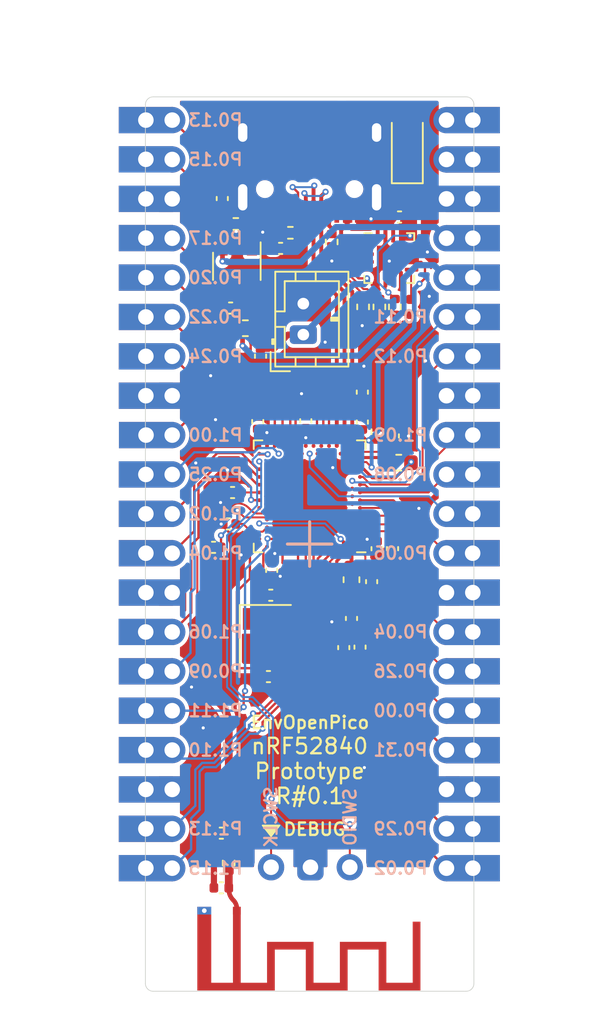
<source format=kicad_pcb>
(kicad_pcb (version 20211014) (generator pcbnew)
  (title_block (title "RP2040 Minimal Design Example") (date "2020-07-13") (rev "REV1") (company "Raspberry Pi (Trading) Ltd"))
  (layers (0 "F.Cu" signal) (31 "B.Cu" signal) (34 "B.Paste" user) (35 "F.Paste" user) (36 "B.SilkS" user "B.Silkscreen") (37 "F.SilkS" user "F.Silkscreen") (38 "B.Mask" user) (39 "F.Mask" user) (44 "Edge.Cuts" user))
  (net 0 "")
  (net 1 "GND")
  (net 2 "VBUS")
  (net 3 "/SWD")
  (net 4 "/SWCLK")
  (net 5 "Net-(R6-Pad2)")
  (net 6 "Net-(R5-Pad2)")
  (net 7 "3V3_EN")
  (net 8 "USB_D+")
  (net 9 "USB_D-")
  (net 10 "VSYS")
  (net 11 "Net-(AE1-Pad1)")
  (net 12 "Net-(BT1-Pad1)")
  (net 13 "VDDH")
  (net 14 "Net-(D2-Pad1)")
  (net 15 "Net-(D2-Pad2)")
  (net 16 "3.3VO")
  (net 17 "Net-(C13-Pad1)")
  (net 18 "VSS_PA")
  (net 19 "RESET")
  (net 20 "Net-(C10-Pad2)")
  (net 21 "Net-(C11-Pad2)")
  (net 22 "Net-(L1-Pad1)")
  (net 23 "Net-(R11-Pad1)")
  (net 24 "Net-(R12-Pad2)")
  (net 25 "VDD_NRF")
  (net 26 "Net-(C15-Pad1)")
  (net 27 "Net-(C16-Pad1)")
  (net 28 "Net-(C17-Pad1)")
  (net 29 "Net-(C18-Pad1)")
  (net 30 "Net-(C23-Pad2)")
  (net 31 "Net-(L3-Pad2)")
  (net 32 "Net-(L4-Pad2)")
  (net 33 "Net-(L2-Pad2)")
  (net 34 "GPIO7")
  (net 35 "GPIO0")
  (net 36 "GPIO1")
  (net 37 "GPIO2")
  (net 38 "GPIO3")
  (net 39 "GPIO4")
  (net 40 "GPIO5")
  (net 41 "GPIO6")
  (net 42 "GPIO10")
  (net 43 "GPIO9")
  (net 44 "GPIO8")
  (net 45 "GPIO15")
  (net 46 "GPIO14")
  (net 47 "GPIO13")
  (net 48 "GPIO12")
  (net 49 "GPIO11")
  (net 50 "GPIO26")
  (net 51 "GPIO25")
  (net 52 "GPIO24")
  (net 53 "GPIO23")
  (net 54 "GPIO22")
  (net 55 "GPIO21")
  (net 56 "GPIO20")
  (net 57 "GPIO19")
  (net 58 "GPIO18")
  (net 59 "GPIO17")
  (net 60 "GPIO16")
  (footprint "Connector_PinHeader_2.54mm:PinHeader_1x03_P2.54mm_Vertical" (layer "F.Cu") (at 101.15 106.925 90)
    (fp_text reference "J5")
    (fp_text value "Conn_01x03_Male")
  )
  (footprint "HRO-TYPE-C31-M-12:HRO-TYPE-C-31-M-12" (layer "F.Cu") (at 103.64 56.925 180)
    (fp_text reference "USB1")
    (fp_text value "TYPE-C-31-M-12")
  )
  (footprint "Diode_SMD:D_SOD-123" (layer "F.Cu") (at 109.942 60.55 90)
    (fp_text reference "D4")
    (fp_text value "1N4002W")
  )
  (footprint "Package_DFN_QFN:Nordic_AQFN-73-1EP_7x7mm_P0.5mm" (layer "F.Cu") (at 103.64 82.995 180)
    (fp_text reference "U3")
    (fp_text value "nRF52840")
  )
  (footprint "RF_Antenna:Texas_SWRA117D_2.4GHz_Left" (layer "F.Cu") (at 98.94 109.725 180)
    (fp_text reference "AE1")
    (fp_text value "Antenna")
  )
  (footprint "Package_DFN_QFN:VQFN-16-1EP_3x3mm_P0.5mm_EP1.6x1.6mm" (layer "F.Cu") (at 108.78 67.625)
    (fp_text reference "U2")
    (fp_text value "BQ24072RGT")
  )
  (footprint "Capacitor_SMD:C_0402_1005Metric" (layer "F.Cu") (at 107.04 78.205 -90)
    (fp_text reference "C3")
    (fp_text value "4.7uF")
  )
  (footprint "Capacitor_SMD:C_0402_1005Metric" (layer "F.Cu") (at 106.34 90.875 90)
    (fp_text reference "L2")
    (fp_text value "15nH")
  )
  (footprint "Capacitor_SMD:C_0402_1005Metric" (layer "F.Cu") (at 100.47 73.955 90)
    (fp_text reference "C21")
    (fp_text value "4.7uf 0402")
  )
  (footprint "Resistor_SMD:R_0402_1005Metric" (layer "F.Cu") (at 102.3954 65.995 180)
    (fp_text reference "R6")
    (fp_text value "5.1K")
  )
  (footprint "Capacitor_SMD:C_0402_1005Metric" (layer "F.Cu") (at 109.44 64.975 180)
    (fp_text reference "C19")
    (fp_text value "0402 1uF")
  )
  (footprint "Capacitor_SMD:C_0402_1005Metric" (layer "F.Cu") (at 105.84 92.755 90)
    (fp_text reference "C23")
    (fp_text value "1uF")
  )
  (footprint "Capacitor_SMD:C_0402_1005Metric" (layer "F.Cu") (at 98 63.785 90)
    (fp_text reference "C12")
    (fp_text value "0.1uf 0402")
  )
  (footprint "Capacitor_SMD:C_0402_1005Metric" (layer "F.Cu") (at 101.13 89.375 180)
    (fp_text reference "C11")
    (fp_text value "15pF 0402")
  )
  (footprint "Inductor_SMD:L_0603_1608Metric" (layer "F.Cu") (at 106.34 88.375 90)
    (fp_text reference "L3")
    (fp_text value "10uH")
  )
  (footprint "Resistor_SMD:R_0402_1005Metric" (layer "F.Cu") (at 108.015 78.825 -90)
    (fp_text reference "C20")
    (fp_text value "0402 10uF")
  )
  (footprint "Capacitor_SMD:C_0402_1005Metric" (layer "F.Cu") (at 109.04 79.1 90)
    (fp_text reference "C18")
    (fp_text value "4.7uF")
  )
  (footprint "Capacitor_SMD:C_0402_1005Metric" (layer "F.Cu") (at 98.39 84.775 180)
    (fp_text reference "C16")
    (fp_text value "100pF")
  )
  (footprint "Capacitor_SMD:C_0402_1005Metric" (layer "F.Cu") (at 97.94 108.25 180)
    (fp_text reference "C8")
    (fp_text value "0402 1.5pF")
  )
  (footprint "Capacitor_SMD:C_0402_1005Metric" (layer "F.Cu") (at 107.04 76.275 90)
    (fp_text reference "C22")
    (fp_text value "4.7uF")
  )
  (footprint "Capacitor_SMD:C_0402_1005Metric" (layer "F.Cu") (at 101.19 87.775 90)
    (fp_text reference "C2")
    (fp_text value "100nF")
  )
  (footprint "Package_TO_SOT_SMD:TSOT-23-5" (layer "F.Cu") (at 98.965 68.16 -90)
    (fp_text reference "U1")
    (fp_text value "LM3671MF 3.3")
  )
  (footprint "Inductor_SMD:L_0603_1608Metric" (layer "F.Cu") (at 99.49 72.15 180)
    (fp_text reference "L1")
    (fp_text value "INDUCTOR 2.2uH 0603")
  )
  (footprint "Capacitor_SMD:C_0402_1005Metric" (layer "F.Cu") (at 100.98 94.625)
    (fp_text reference "C10")
    (fp_text value "15pF 0402")
  )
  (footprint "Crystal:Crystal_SMD_3225-4Pin_3.2x2.5mm" (layer "F.Cu") (at 100.78 92.005 -90)
    (fp_text reference "Y1")
    (fp_text value "32MHz 12pF")
  )
  (footprint "Capacitor_SMD:C_0402_1005Metric" (layer "F.Cu") (at 101.765 67)
    (fp_text reference "C1")
    (fp_text value "10uf 0402")
  )
  (footprint "Capacitor_SMD:C_0402_1005Metric" (layer "F.Cu") (at 98.54 70.85)
    (fp_text reference "C9")
    (fp_text value "4.7uf 0402")
  )
  (footprint "Resistor_SMD:R_0402_1005Metric" (layer "F.Cu") (at 109.14 70.775 -90)
    (fp_text reference "R14")
    (fp_text value "10K 0402")
  )
  (footprint "Capacitor_SMD:C_0402_1005Metric" (layer "F.Cu") (at 106.89 92.725 90)
    (fp_text reference "C24")
    (fp_text value "47nF")
  )
  (footprint "Capacitor_SMD:C_0402_1005Metric" (layer "F.Cu") (at 97.44 86.285)
    (fp_text reference "C14")
    (fp_text value "0402 1pF")
  )
  (footprint "Resistor_SMD:R_0402_1005Metric" (layer "F.Cu") (at 107.09 70.775 -90)
    (fp_text reference "R11")
    (fp_text value "10K 0402")
  )
  (footprint "Capacitor_SMD:C_0402_1005Metric" (layer "F.Cu") (at 108.99 86.37 -90)
    (fp_text reference "C15")
    (fp_text value "100nF")
  )
  (footprint "Resistor_SMD:R_0402_1005Metric" (layer "F.Cu") (at 98.415 106.65 -90)
    (fp_text reference "R1")
    (fp_text value "0R 0402 ")
  )
  (footprint "Capacitor_SMD:C_0402_1005Metric" (layer "F.Cu") (at 98.665 82.75 180)
    (fp_text reference "C17")
    (fp_text value "1nF")
  )
  (footprint "Connector_JST:JST_PH_B2B-PH-K_1x02_P2.00mm_Vertical" (layer "F.Cu") (at 103.23 72.565 90)
    (fp_text reference "BT1")
    (fp_text value "Li-Po Battery")
  )
  (footprint "Resistor_SMD:R_0402_1005Metric" (layer "F.Cu") (at 98.875 65.425 180)
    (fp_text reference "R7")
    (fp_text value "100ohm")
  )
  (footprint "Capacitor_SMD:C_0402_1005Metric" (layer "F.Cu") (at 97.94 104.725 180)
    (fp_text reference "C13")
    (fp_text value "0402 1pF")
  )
  (footprint "Capacitor_SMD:C_0402_1005Metric" (layer "F.Cu") (at 107.64 88.5 90)
    (fp_text reference "C5")
    (fp_text value "100nF")
  )
  (footprint "Capacitor_SMD:C_0402_1005Metric" (layer "F.Cu") (at 103.39 78.125 90)
    (fp_text reference "C6")
    (fp_text value "100nF")
  )
  (footprint "Inductor_SMD:L_0603_1608Metric" (layer "F.Cu") (at 109.39 80.825 180)
    (fp_text reference "L4")
    (fp_text value "10uH")
  )
  (footprint "Capacitor_SMD:C_0402_1005Metric" (layer "F.Cu") (at 107.99 86.375 -90)
    (fp_text reference "C4")
    (fp_text value "1uF")
  )
  (footprint "Resistor_SMD:R_0402_1005Metric" (layer "F.Cu") (at 108.14 70.775 90)
    (fp_text reference "R12")
    (fp_text value "10K 0402")
  )
  (footprint "Capacitor_SMD:C_0402_1005Metric" (layer "F.Cu") (at 100.29 78.175 -90)
    (fp_text reference "C7")
    (fp_text value "4.7uF")
  )
  (footprint "Resistor_SMD:R_0402_1005Metric" (layer "F.Cu") (at 105.06 66.585 90)
    (fp_text reference "R5")
    (fp_text value "5.1K")
  )
  (footprint "LED_SMD:LED_0402_1005Metric" (layer "F.Cu") (at 110.19 70.775 -90)
    (fp_text reference "D2")
    (fp_text value "0402 led")
  )
  (footprint "2.54mmheadercastelation:PinHeader_1x20_P2.54mm_Vertical_castelated" (layer "B.Cu") (at 112.47 58.725 180)
    (fp_text reference "J4" hide)
    (fp_text value "2.54mm header 01x20")
  )
  (footprint "2.54mmheadercastelation:PinHeader_1x20_P2.54mm_Vertical_castelated" (layer "B.Cu") (at 94.77 106.985)
    (fp_text reference "J3" hide)
    (fp_text value "2.54mm header 01x20")
  )
  (footprint "NetTie:NetTie-2_SMD_Pad0.5mm" (layer "B.Cu") (at 98.74 83.9 180)
    (fp_text reference "NT1")
    (fp_text value "Net-Tie_2")
  )
  (gr_poly (pts (xy 101.15 104.925) (xy 100.6 104.225) (xy 101.7 104.225)) (layer "F.SilkS") (width 0.1) (fill solid))
  (gr_arc (start 114.24 114.425) (mid 114.093553 114.778553) (end 113.74 114.925) (layer "Edge.Cuts") (width 0.05))
  (gr_line (start 114.24 114.425) (end 114.24 57.725) (layer "Edge.Cuts") (width 0.05))
  (gr_arc (start 113.74 57.225) (mid 114.093553 57.371447) (end 114.24 57.725) (layer "Edge.Cuts") (width 0.05))
  (gr_line (start 93.04 114.425) (end 93.04 57.725) (layer "Edge.Cuts") (width 0.05))
  (gr_arc (start 93.04 57.725) (mid 93.186447 57.371447) (end 93.54 57.225) (layer "Edge.Cuts") (width 0.05))
  (gr_line (start 93.54 114.925) (end 113.74 114.925) (layer "Edge.Cuts") (width 0.05))
  (gr_arc (start 93.54 114.925) (mid 93.186447 114.778553) (end 93.04 114.425) (layer "Edge.Cuts") (width 0.05))
  (gr_line (start 93.54 57.225) (end 113.74 57.225) (layer "Edge.Cuts") (width 0.05))
  (gr_text "P0.17" (at 97.564 66.345) (layer "B.SilkS") (effects (font (size 0.8 0.8) (thickness 0.153)) (justify mirror)))
  (gr_text "P0.12" (at 109.502 73.965) (layer "B.SilkS") (effects (font (size 0.8 0.8) (thickness 0.153)) (justify mirror)))
  (gr_text "P0.02" (at 109.502 106.985) (layer "B.SilkS") (effects (font (size 0.8 0.8) (thickness 0.153)) (justify mirror)))
  (gr_text "P0.15" (at 97.564 61.265) (layer "B.SilkS") (effects (font (size 0.8 0.8) (thickness 0.153)) (justify mirror)))
  (gr_text "P1.06" (at 97.564 91.745) (layer "B.SilkS") (effects (font (size 0.8 0.8) (thickness 0.153)) (justify mirror)))
  (gr_text "SWDIO" (at 106.24 103.683 90) (layer "B.SilkS") (effects (font (size 0.8 0.8)) (justify mirror)))
  (gr_text "P1.10" (at 97.564 99.365) (layer "B.SilkS") (effects (font (size 0.8 0.8) (thickness 0.153)) (justify mirror)))
  (gr_text "P0.00" (at 109.502 96.825) (layer "B.SilkS") (effects (font (size 0.8 0.8) (thickness 0.153)) (justify mirror)))
  (gr_text "P1.02" (at 97.564 84.125) (layer "B.SilkS") (effects (font (size 0.8 0.8) (thickness 0.153)) (justify mirror)))
  (gr_text "P0.06" (at 109.502 86.665) (layer "B.SilkS") (effects (font (size 0.8 0.8) (thickness 0.153)) (justify mirror)))
  (gr_text "P1.09" (at 109.502 79.045) (layer "B.SilkS") (effects (font (size 0.8 0.8) (thickness 0.153)) (justify mirror)))
  (gr_text "P0.24" (at 97.564 73.965) (layer "B.SilkS") (effects (font (size 0.8 0.8) (thickness 0.153)) (justify mirror)))
  (gr_text "P0.26" (at 109.502 94.285) (layer "B.SilkS") (effects (font (size 0.8 0.8) (thickness 0.153)) (justify mirror)))
  (gr_text "SWCLK" (at 101.14 103.683 90) (layer "B.SilkS") (effects (font (size 0.8 0.8)) (justify mirror)))
  (gr_text "P0.13" (at 97.564 58.725) (layer "B.SilkS") (effects (font (size 0.8 0.8) (thickness 0.153)) (justify mirror)))
  (gr_text "P0.25" (at 97.564 81.585) (layer "B.SilkS") (effects (font (size 0.8 0.8) (thickness 0.153)) (justify mirror)))
  (gr_text "P1.04" (at 97.564 86.665) (layer "B.SilkS") (effects (font (size 0.8 0.8) (thickness 0.153)) (justify mirror)))
  (gr_text "P0.11" (at 109.502 71.425) (layer "B.SilkS") (effects (font (size 0.8 0.8) (thickness 0.153)) (justify mirror)))
  (gr_text "P1.00" (at 97.564 79.045) (layer "B.SilkS") (effects (font (size 0.8 0.8) (thickness 0.153)) (justify mirror)))
  (gr_text "P0.20" (at 97.564 68.885) (layer "B.SilkS") (effects (font (size 0.8 0.8) (thickness 0.153)) (justify mirror)))
  (gr_text "P1.11" (at 97.564 96.825) (layer "B.SilkS") (effects (font (size 0.8 0.8) (thickness 0.153)) (justify mirror)))
  (gr_text "P1.13" (at 97.564 104.445) (layer "B.SilkS") (effects (font (size 0.8 0.8) (thickness 0.153)) (justify mirror)))
  (gr_text "P1.15" (at 97.564 106.985) (layer "B.SilkS") (effects (font (size 0.8 0.8) (thickness 0.153)) (justify mirror)))
  (gr_text "P0.22" (at 97.564 71.425) (layer "B.SilkS") (effects (font (size 0.8 0.8) (thickness 0.153)) (justify mirror)))
  (gr_text "P0.31" (at 109.502 99.365) (layer "B.SilkS") (effects (font (size 0.8 0.8) (thickness 0.153)) (justify mirror)))
  (gr_text "P0.29" (at 109.502 104.445) (layer "B.SilkS") (effects (font (size 0.8 0.8) (thickness 0.153)) (justify mirror)))
  (gr_text "P0.08" (at 109.502 81.585) (layer "B.SilkS") (effects (font (size 0.8 0.8) (thickness 0.153)) (justify mirror)))
  (gr_text "P0.09" (at 97.564 94.285) (layer "B.SilkS") (effects (font (size 0.8 0.8) (thickness 0.153)) (justify mirror)))
  (gr_text "P0.04" (at 109.502 91.745) (layer "B.SilkS") (effects (font (size 0.8 0.8) (thickness 0.153)) (justify mirror)))
  (gr_text "EnvOpenPico" (at 103.66 97.587) (layer "F.SilkS") (effects (font (size 0.8 0.8) (thickness 0.153))))
  (gr_text "DEBUG" (at 103.95 104.475) (layer "F.SilkS") (effects (font (size 0.8 0.8) (thickness 0.153))))
  (gr_text "nRF52840\nPrototype\nR#0.1" (at 103.64 100.725) (layer "F.SilkS") (effects (font (size 1 1))))
  (dimension (type center) (layer "B.SilkS") (pts (xy 103.64 86.075) (xy 103.64 84.64)) (style (thickness 0.2) (arrow_length 1.27) (text_position_mode 0) (extension_offset 0.5) keep_text_aligned))
  (segment (start 97.46 108.25) (end 97.46 106.05) (width 0.4) (layer "F.Cu") (net 1))
  (segment (start 105.29 86.86485) (end 105.29 86.025) (width 0.127) (layer "F.Cu") (net 1))
  (segment (start 105.29 86.025) (end 105.14 85.745) (width 0.127) (layer "F.Cu") (net 1))
  (segment (start 108.78 67.820822) (end 108.78 67.625) (width 0.25) (layer "F.Cu") (net 1))
  (segment (start 109.53 69.0625) (end 109.53 68.570822) (width 0.25) (layer "F.Cu") (net 1))
  (segment (start 104.91 87.24485) (end 105.29 86.86485) (width 0.127) (layer "F.Cu") (net 1))
  (segment (start 109.53 68.570822) (end 108.78 67.820822) (width 0.25) (layer "F.Cu") (net 1))
  (segment (start 104.91 87.615) (end 104.91 87.24485) (width 0.127) (layer "F.Cu") (net 1))
  (via (at 97.93 84.785) (size 0.4) (drill 0.2) (layers "F.Cu" "B.Cu") (net 1))
  (via (at 108.78 67.820822) (size 0.4) (drill 0.2) (layers "F.Cu" "B.Cu") (net 1))
  (via (at 111.36 70.095) (size 0.4) (drill 0.2) (layers "F.Cu" "B.Cu") (net 1))
  (via (at 96.015 95.3) (size 0.4) (drill 0.2) (layers "F.Cu" "B.Cu") (net 1))
  (via (at 110.69 83.775) (size 0.4) (drill 0.2) (layers "F.Cu" "B.Cu") (net 1))
  (via (at 96.29 80.845) (size 0.4) (drill 0.2) (layers "F.Cu" "B.Cu") (net 1))
  (via (at 105.13 81.145) (size 0.4) (drill 0.2) (layers "F.Cu" "B.Cu") (net 1))
  (via (at 101.74 88.155) (size 0.4) (drill 0.2) (layers "F.Cu" "B.Cu") (net 1))
  (via (at 107.6 65.095) (size 0.4) (drill 0.2) (layers "F.Cu" "B.Cu") (net 1))
  (via (at 96.77 97.935) (size 0.4) (drill 0.2) (layers "F.Cu" "B.Cu") (net 1))
  (via (at 107.14 74.6) (size 0.4) (drill 0.2) (layers "F.Cu" "B.Cu") (net 1))
  (via (at 104.64 73.05) (size 0.4) (drill 0.2) (layers "F.Cu" "B.Cu") (net 1))
  (via (at 99.215 86.775) (size 0.4) (drill 0.2) (layers "F.Cu" "B.Cu") (net 1))
  (via (at 97.89 83.395) (size 0.4) (drill 0.2) (layers "F.Cu" "B.Cu") (net 1))
  (via (at 100.61 65.955) (size 0.4) (drill 0.2) (layers "F.Cu" "B.Cu") (net 1))
  (via (at 107.03 71.985) (size 0.4) (drill 0.2) (layers "F.Cu" "B.Cu") (net 1))
  (via (at 111.24 67.235) (size 0.4) (drill 0.2) (layers "F.Cu" "B.Cu") (net 1))
  (via (at 103.115 76.375) (size 0.4) (drill 0.2) (layers "F.Cu" "B.Cu") (net 1))
  (via (at 107.17 100.495) (size 0.4) (drill 0.2) (layers "F.Cu" "B.Cu") (net 1))
  (via (at 98.897124 65.907424) (size 0.4) (drill 0.2) (layers "F.Cu" "B.Cu") (net 1))
  (via (at 97.25 75.215) (size 0.4) (drill 0.2) (layers "F.Cu" "B.Cu") (net 1))
  (via (at 97.565 78.05) (size 0.4) (drill 0.2) (layers "F.Cu" "B.Cu") (net 1))
  (via (at 98.34 81.295) (size 0.4) (drill 0.2) (layers "F.Cu" "B.Cu") (net 1))
  (via (at 105.07 91.092) (size 0.4) (drill 0.2) (layers "F.Cu" "B.Cu") (net 1))
  (via (at 105.07 67.815) (size 0.4) (drill 0.2) (layers "F.Cu" "B.Cu") (net 1))
  (via (at 110.02 79.105) (size 0.4) (drill 0.2) (layers "F.Cu" "B.Cu") (net 1))
  (via (at 111.12 74.255) (size 0.4) (drill 0.2) (layers "F.Cu" "B.Cu") (net 1))
  (segment (start 105.13 81.145) (end 105.13 81.835) (width 0.127) (layer "B.Cu") (net 1))
  (segment (start 95.585 89.205) (end 95.95 88.84) (width 0.127) (layer "B.Cu") (net 1))
  (segment (start 98.295 81.25) (end 98.34 81.295) (width 0.127) (layer "B.Cu") (net 1))
  (segment (start 95.95 88.84) (end 95.95 83.175) (width 0.127) (layer "B.Cu") (net 1))
  (segment (start 96.865 81.25) (end 98.295 81.25) (width 0.127) (layer "B.Cu") (net 1))
  (segment (start 105.13 81.835) (end 105.86 82.565) (width 0.127) (layer "B.Cu") (net 1))
  (segment (start 94.77 89.205) (end 95.585 89.205) (width 0.127) (layer "B.Cu") (net 1))
  (segment (start 105.86 82.565) (end 107.9 82.565) (width 0.127) (layer "B.Cu") (net 1))
  (segment (start 95.95 82.165) (end 96.865 81.25) (width 0.127) (layer "B.Cu") (net 1))
  (segment (start 95.95 83.215) (end 95.95 82.165) (width 0.127) (layer "B.Cu") (net 1))
  (segment (start 99.915 65.955) (end 99.385 65.425) (width 0.3) (layer "F.Cu") (net 2))
  (segment (start 101.285 67) (end 100.065 67) (width 0.3) (layer "F.Cu") (net 2))
  (segment (start 106.39 79.745) (end 106.39 75.275) (width 0.25) (layer "F.Cu") (net 2))
  (segment (start 106.09 65.4096) (end 106.09 64.62) (width 0.25) (layer "F.Cu") (net 2))
  (segment (start 106.39 69.788967) (end 105.672 69.070967) (width 0.25) (layer "F.Cu") (net 2))
  (segment (start 100.065 67) (end 99.915 66.85) (width 0.3) (layer "F.Cu") (net 2))
  (segment (start 99.915 66.85) (end 99.915 65.955) (width 0.3) (layer "F.Cu") (net 2))
  (segment (start 106.39 75.275) (end 106.39 69.788967) (width 0.25) (layer "F.Cu") (net 2))
  (segment (start 106.91 75.795) (end 106.39 75.275) (width 0.25) (layer "F.Cu") (net 2))
  (segment (start 101.15 66.865) (end 101.285 67) (width 0.3) (layer "F.Cu") (net 2))
  (segment (start 101.15 64.62) (end 101.15 66.865) (width 0.3) (layer "F.Cu") (net 2))
  (segment (start 105.672 65.8276) (end 106.09 65.4096) (width 0.25) (layer "F.Cu") (net 2))
  (segment (start 107.04 75.795) (end 106.91 75.795) (width 0.25) (layer "F.Cu") (net 2))
  (segment (start 105.672 69.070967) (end 105.672 65.8276) (width 0.25) (layer "F.Cu") (net 2))
  (segment (start 106.23 104.145) (end 106.23 106.925) (width 0.127) (layer "F.Cu") (net 3))
  (segment (start 100.93 80.285) (end 100.43 80.285) (width 0.15) (layer "F.Cu") (net 3))
  (segment (start 100.43 80.285) (end 100.39 80.245) (width 0.15) (layer "F.Cu") (net 3))
  (via (at 100.93 80.285) (size 0.4) (drill 0.2) (layers "F.Cu" "B.Cu") (net 3))
  (via (at 106.23 104.145) (size 0.4) (drill 0.2) (layers "F.Cu" "B.Cu") (net 3))
  (segment (start 101.023401 102.120023) (end 100.794939 102.348485) (width 0.127) (layer "B.Cu") (net 3))
  (segment (start 99.218451 96.19852) (end 99.86352 96.19852) (width 0.127) (layer "B.Cu") (net 3))
  (segment (start 99.96 80.86656) (end 100.250011 81.156571) (width 0.127) (layer "B.Cu") (net 3))
  (segment (start 100.33844 80.245) (end 99.96 80.62344) (width 0.127) (layer "B.Cu") (net 3))
  (segment (start 102.19844 104.145) (end 106.23 104.145) (width 0.127) (layer "B.Cu") (net 3))
  (segment (start 100.250011 83.57499) (end 98.31 85.515001) (width 0.127) (layer "B.Cu") (net 3))
  (segment (start 99.96 80.62344) (end 99.96 80.86656) (width 0.127) (layer "B.Cu") (net 3))
  (segment (start 98.31 85.515001) (end 98.31 95.305092) (width 0.127) (layer "B.Cu") (net 3))
  (segment (start 100.794939 102.741499) (end 102.19844 104.145) (width 0.127) (layer "B.Cu") (net 3))
  (segment (start 100.89 80.245) (end 100.33844 80.245) (width 0.127) (layer "B.Cu") (net 3))
  (segment (start 100.250011 81.156571) (end 100.250011 83.57499) (width 0.127) (layer "B.Cu") (net 3))
  (segment (start 99.21094 96.206032) (end 99.218451 96.19852) (width 0.127) (layer "B.Cu") (net 3))
  (segment (start 101.023401 97.358401) (end 101.023401 102.120023) (width 0.127) (layer "B.Cu") (net 3))
  (segment (start 100.794939 102.348485) (end 100.794939 102.741499) (width 0.127) (layer "B.Cu") (net 3))
  (segment (start 98.31 95.305092) (end 99.21094 96.206032) (width 0.127) (layer "B.Cu") (net 3))
  (segment (start 99.86352 96.19852) (end 101.023401 97.358401) (width 0.127) (layer "B.Cu") (net 3))
  (segment (start 100.93 80.285) (end 100.89 80.245) (width 0.127) (layer "B.Cu") (net 3))
  (segment (start 101.18495 102.510034) (end 101.15 102.544984) (width 0.127) (layer "F.Cu") (net 4))
  (segment (start 101.15 102.544984) (end 101.15 106.925) (width 0.127) (layer "F.Cu") (net 4))
  (via (at 100.39 80.745) (size 0.4) (drill 0.2) (layers "F.Cu" "B.Cu") (net 4))
  (via (at 101.18495 102.510034) (size 0.4) (drill 0.2) (layers "F.Cu" "B.Cu") (net 4))
  (segment (start 101.276921 97.253389) (end 99.968543 95.945011) (width 0.127) (layer "B.Cu") (net 4))
  (segment (start 99.968543 95.945011) (end 99.308451 95.945011) (width 0.127) (layer "B.Cu") (net 4))
  (segment (start 100.51 80.865) (end 100.39 80.745) (width 0.127) (layer "B.Cu") (net 4))
  (segment (start 98.56352 85.620012) (end 100.51 83.673532) (width 0.127) (layer "B.Cu") (net 4))
  (segment (start 101.276921 102.418063) (end 101.276921 97.253389) (width 0.127) (layer "B.Cu") (net 4))
  (segment (start 99.308451 95.945011) (end 98.56352 95.20008) (width 0.127) (layer "B.Cu") (net 4))
  (segment (start 98.56352 95.20008) (end 98.56352 85.620012) (width 0.127) (layer "B.Cu") (net 4))
  (segment (start 101.18495 102.510034) (end 101.276921 102.418063) (width 0.127) (layer "B.Cu") (net 4))
  (segment (start 100.51 83.673532) (end 100.51 80.865) (width 0.127) (layer "B.Cu") (net 4))
  (segment (start 101.89 65.805) (end 101.89 64.66) (width 0.25) (layer "F.Cu") (net 5))
  (segment (start 104.89 64.66) (end 104.89 65.5362) (width 0.25) (layer "F.Cu") (net 6))
  (segment (start 105.0624 65.7086) (end 105.0624 66.0726) (width 0.25) (layer "F.Cu") (net 6))
  (segment (start 105.0624 66.0726) (end 105.06 66.075) (width 0.25) (layer "F.Cu") (net 6))
  (segment (start 104.89 65.5362) (end 105.0624 65.7086) (width 0.25) (layer "F.Cu") (net 6))
  (segment (start 98.015 67.835) (end 98.015 65.775) (width 0.3) (layer "F.Cu") (net 7))
  (segment (start 98.365 65.425) (end 98.365 64.63) (width 0.15) (layer "F.Cu") (net 7))
  (segment (start 98.365 64.63) (end 98 64.265) (width 0.15) (layer "F.Cu") (net 7))
  (segment (start 98.015 65.775) (end 98.365 65.425) (width 0.3) (layer "F.Cu") (net 7))
  (via (at 98.015 67.835) (size 0.4) (drill 0.2) (layers "F.Cu" "B.Cu") (net 7))
  (segment (start 98.015 67.835) (end 98.3 67.835) (width 0.4) (layer "B.Cu") (net 7))
  (segment (start 111.75 65.625) (end 112.47 66.345) (width 0.4) (layer "B.Cu") (net 7))
  (segment (start 98.34 67.875) (end 103.09 67.875) (width 0.4) (layer "B.Cu") (net 7))
  (segment (start 103.09 67.875) (end 105.34 65.625) (width 0.4) (layer "B.Cu") (net 7))
  (segment (start 98.3 67.835) (end 98.34 67.875) (width 0.4) (layer "B.Cu") (net 7))
  (segment (start 105.34 65.625) (end 111.75 65.625) (width 0.4) (layer "B.Cu") (net 7))
  (segment (start 105.39 70.028554) (end 103.89 68.528554) (width 0.25) (layer "F.Cu") (net 8))
  (segment (start 102.89 63.4) (end 102.54 63.05) (width 0.15) (layer "F.Cu") (net 8))
  (segment (start 103.89 63) (end 103.94 62.95) (width 0.25) (layer "F.Cu") (net 8))
  (segment (start 102.89 64.62) (end 102.89 63.525) (width 0.15) (layer "F.Cu") (net 8))
  (segment (start 105.39 79.745) (end 105.39 70.028554) (width 0.25) (layer "F.Cu") (net 8))
  (segment (start 103.89 68.528554) (end 103.89 63) (width 0.25) (layer "F.Cu") (net 8))
  (segment (start 102.89 63.525) (end 102.89 63.4) (width 0.15) (layer "F.Cu") (net 8))
  (via (at 103.94 62.95) (size 0.4) (drill 0.2) (layers "F.Cu" "B.Cu") (net 8))
  (via (at 102.54 63.05) (size 0.4) (drill 0.2) (layers "F.Cu" "B.Cu") (net 8))
  (segment (start 103.94 62.95) (end 103.840011 63.049989) (width 0.127) (layer "B.Cu") (net 8))
  (segment (start 102.540011 63.049989) (end 102.54 63.05) (width 0.127) (layer "B.Cu") (net 8))
  (segment (start 103.840011 63.049989) (end 102.540011 63.049989) (width 0.127) (layer "B.Cu") (net 8))
  (segment (start 103.3015 63.439989) (end 103.39 63.528489) (width 0.25) (layer "F.Cu") (net 9))
  (segment (start 105.89 79.745) (end 105.89 69.821446) (width 0.25) (layer "F.Cu") (net 9))
  (segment (start 104.39 68.321446) (end 104.39 63.625) (width 0.25) (layer "F.Cu") (net 9))
  (segment (start 105.89 69.821446) (end 104.39 68.321446) (width 0.25) (layer "F.Cu") (net 9))
  (segment (start 103.39 63.528489) (end 103.39 64.58) (width 0.25) (layer "F.Cu") (net 9))
  (segment (start 104.39 63.625) (end 104.665 63.35) (width 0.25) (layer "F.Cu") (net 9))
  (via (at 104.665 63.35) (size 0.4) (drill 0.2) (layers "F.Cu" "B.Cu") (net 9))
  (via (at 103.3015 63.439989) (size 0.4) (drill 0.2) (layers "F.Cu" "B.Cu") (net 9))
  (segment (start 104.394989 63.620011) (end 104.665 63.35) (width 0.127) (layer "B.Cu") (net 9))
  (segment (start 103.481522 63.620011) (end 104.394989 63.620011) (width 0.127) (layer "B.Cu") (net 9))
  (segment (start 103.3015 63.439989) (end 103.481522 63.620011) (width 0.127) (layer "B.Cu") (net 9))
  (segment (start 109.942 61.2805) (end 112.4545 61.2805) (width 0.8) (layer "F.Cu") (net 10))
  (segment (start 108.54 69.665) (end 108.54 69.225) (width 0.127) (layer "F.Cu") (net 10))
  (segment (start 112.4545 61.2805) (end 112.47 61.265) (width 0.8) (layer "F.Cu") (net 10))
  (segment (start 109.14 70.265) (end 108.54 69.665) (width 0.127) (layer "F.Cu") (net 10))
  (via (at 110.117 66.1832) (size 0.4) (drill 0.2) (layers "F.Cu" "B.Cu") (net 10))
  (via (at 108.72 69.845) (size 0.4) (drill 0.2) (layers "F.Cu" "B.Cu") (net 10))
  (segment (start 108.04 67.2) (end 109.0568 66.1832) (width 0.127) (layer "B.Cu") (net 10))
  (segment (start 109.0568 66.1832) (end 110.117 66.1832) (width 0.127) (layer "B.Cu") (net 10))
  (segment (start 108.04 69.165) (end 108.04 67.2) (width 0.127) (layer "B.Cu") (net 10))
  (segment (start 108.72 69.845) (end 108.04 69.165) (width 0.127) (layer "B.Cu") (net 10))
  (segment (start 98.42 108.25) (end 98.42 107.165) (width 0.5) (layer "F.Cu") (net 11))
  (segment (start 98.42 108.25) (end 98.42 108.340786) (width 0.3) (layer "F.Cu") (net 11))
  (segment (start 98.42 107.165) (end 98.415 107.16) (width 0.5) (layer "F.Cu") (net 11))
  (segment (start 98.94 109.725) (end 98.94 109.596199) (width 0.3) (layer "F.Cu") (net 11))
  (arc (start 98.42 108.340786) (mid 98.49612 108.723469) (end 98.712893 109.047893) (width 0.3) (layer "F.Cu") (net 11))
  (arc (start 98.712893 109.047893) (mid 98.880974 109.29945) (end 98.94 109.596199) (width 0.3) (layer "F.Cu") (net 11))
  (segment (start 102.25 72.565) (end 101.34 73.475) (width 0.4) (layer "F.Cu") (net 12))
  (segment (start 106.52122 68.05178) (end 106.52122 68.661294) (width 0.15) (layer "F.Cu") (net 12))
  (segment (start 107.3425 67.875) (end 106.698 67.875) (width 0.15) (layer "F.Cu") (net 12))
  (segment (start 101.34 73.475) (end 100.47 73.475) (width 0.4) (layer "F.Cu") (net 12))
  (segment (start 107.3425 67.375) (end 107.3425 67.875) (width 0.15) (layer "F.Cu") (net 12))
  (segment (start 106.794726 68.9348) (end 107.34 68.9348) (width 0.15) (layer "F.Cu") (net 12))
  (segment (start 106.52122 68.661294) (end 106.794726 68.9348) (width 0.15) (layer "F.Cu") (net 12))
  (segment (start 103.23 72.565) (end 102.25 72.565) (width 0.4) (layer "F.Cu") (net 12))
  (segment (start 106.698 67.875) (end 106.52122 68.05178) (width 0.15) (layer "F.Cu") (net 12))
  (via (at 107.34 68.9348) (size 0.4) (drill 0.2) (layers "F.Cu" "B.Cu") (net 12))
  (segment (start 103.23 72.565) (end 106.4862 69.3088) (width 0.4) (layer "B.Cu") (net 12))
  (segment (start 107.34 69.1126) (end 107.34 68.9348) (width 0.4) (layer "B.Cu") (net 12))
  (segment (start 106.4862 69.3088) (end 107.1438 69.3088) (width 0.4) (layer "B.Cu") (net 12))
  (segment (start 107.1438 69.3088) (end 107.34 69.1126) (width 0.4) (layer "B.Cu") (net 12))
  (segment (start 107.45 79.385) (end 107.24 79.385) (width 0.3) (layer "F.Cu") (net 13))
  (segment (start 111.0822 68.9264) (end 110.7266 69.282) (width 0.15) (layer "F.Cu") (net 13))
  (segment (start 110.2175 67.875) (end 110.2086 67.875) (width 0.127) (layer "F.Cu") (net 13))
  (segment (start 110.2175 67.8353) (end 110.2175 67.375) (width 0.127) (layer "F.Cu") (net 13))
  (segment (start 110.84 67.875) (end 111.0822 68.1172) (width 0.15) (layer "F.Cu") (net 13))
  (segment (start 106.99 79.135) (end 106.99 78.685) (width 0.3) (layer "F.Cu") (net 13))
  (segment (start 106.59998 80.78502) (end 106.39 80.995) (width 0.127) (layer "F.Cu") (net 13))
  (segment (start 110.1932 67.8596) (end 110.2175 67.8353) (width 0.127) (layer "F.Cu") (net 13))
  (segment (start 111.0822 68.1172) (end 111.0822 68.9264) (width 0.15) (layer "F.Cu") (net 13))
  (segment (start 107.30002 80.78502) (end 106.59998 80.78502) (width 0.127) (layer "F.Cu") (net 13))
  (segment (start 107.64 81.125) (end 107.30002 80.78502) (width 0.127) (layer "F.Cu") (net 13))
  (segment (start 110.1932 67.8596) (end 110.2086 67.875) (width 0.15) (layer "F.Cu") (net 13))
  (segment (start 107.24 79.385) (end 106.99 79.135) (width 0.3) (layer "F.Cu") (net 13))
  (segment (start 107.965 79.385) (end 108.015 79.335) (width 0.15) (layer "F.Cu") (net 13))
  (segment (start 107.45 79.385) (end 107.965 79.385) (width 0.15) (layer "F.Cu") (net 13))
  (segment (start 110.2086 67.875) (end 110.84 67.875) (width 0.15) (layer "F.Cu") (net 13))
  (via (at 110.7266 69.282) (size 0.4) (drill 0.2) (layers "F.Cu" "B.Cu") (net 13))
  (via (at 107.45 79.385) (size 0.4) (drill 0.2) (layers "F.Cu" "B.Cu") (net 13))
  (via (at 107.64 81.125) (size 0.4) (drill 0.2) (layers "F.Cu" "B.Cu") (net 13))
  (segment (start 110.39 69.6186) (end 110.7266 69.282) (width 0.3) (layer "B.Cu") (net 13))
  (segment (start 108.065 78.77) (end 108.065 74.45) (width 0.3) (layer "B.Cu") (net 13))
  (segment (start 110.39 72.125) (end 110.39 69.6186) (width 0.3) (layer "B.Cu") (net 13))
  (segment (start 107.45 79.385) (end 107.64 79.575) (width 0.25) (layer "B.Cu") (net 13))
  (segment (start 107.45 79.385) (end 108.065 78.77) (width 0.3) (layer "B.Cu") (net 13))
  (segment (start 108.065 74.45) (end 110.39 72.125) (width 0.3) (layer "B.Cu") (net 13))
  (segment (start 107.64 79.575) (end 107.64 81.125) (width 0.25) (layer "B.Cu") (net 13))
  (segment (start 110.19 70.29) (end 110.19 68.4025) (width 0.127) (layer "F.Cu") (net 14))
  (segment (start 110.19 68.4025) (end 110.2175 68.375) (width 0.127) (layer "F.Cu") (net 14))
  (segment (start 110.165 71.285) (end 110.19 71.26) (width 0.127) (layer "F.Cu") (net 15))
  (segment (start 109.14 71.285) (end 110.165 71.285) (width 0.127) (layer "F.Cu") (net 15))
  (segment (start 99.31 73.285) (end 99.31 72.67) (width 0.3) (layer "F.Cu") (net 16))
  (segment (start 99.31 72.67) (end 98.06 71.42) (width 0.3) (layer "F.Cu") (net 16))
  (segment (start 98.06 71.42) (end 98.06 70.85) (width 0.3) (layer "F.Cu") (net 16))
  (segment (start 98.06 70.85) (end 98.06 69.515) (width 0.3) (layer "F.Cu") (net 16))
  (segment (start 98.06 69.515) (end 98.015 69.47) (width 0.3) (layer "F.Cu") (net 16))
  (via (at 99.31 73.285) (size 0.4) (drill 0.2) (layers "F.Cu" "B.Cu") (net 16))
  (segment (start 111.67 68.085) (end 112.47 68.885) (width 0.4) (layer "B.Cu") (net 16))
  (segment (start 106.8202 73.925) (end 109.69 71.0552) (width 0.4) (layer "B.Cu") (net 16))
  (segment (start 99.95 73.925) (end 106.8202 73.925) (width 0.4) (layer "B.Cu") (net 16))
  (segment (start 110.56 68.085) (end 111.67 68.085) (width 0.4) (layer "B.Cu") (net 16))
  (segment (start 109.69 68.955) (end 110.56 68.085) (width 0.4) (layer "B.Cu") (net 16))
  (segment (start 99.31 73.285) (end 99.95 73.925) (width 0.4) (layer "B.Cu") (net 16))
  (segment (start 109.69 71.0552) (end 109.69 68.955) (width 0.4) (layer "B.Cu") (net 16))
  (segment (start 100.89 83.995) (end 100.783531 84.101469) (width 0.127) (layer "F.Cu") (net 17))
  (segment (start 96.96 84.83779) (end 96.96 86.285) (width 0.15) (layer "F.Cu") (net 17))
  (segment (start 98.415 106.14) (end 98.415 104.73) (width 0.5) (layer "F.Cu") (net 17))
  (segment (start 98.6362 83.6188) (end 98.593292 83.661708) (width 0.127) (layer "F.Cu") (net 17))
  (segment (start 98.42 104.725) (end 98.42 97.763427) (width 0.5) (layer "F.Cu") (net 17))
  (segment (start 98.415 104.73) (end 98.42 104.725) (width 0.5) (layer "F.Cu") (net 17))
  (segment (start 96.96 94.646573) (end 96.96 86.285) (width 0.5) (layer "F.Cu") (net 17))
  (segment (start 100.783531 84.101469) (end 100.258261 84.101469) (width 0.127) (layer "F.Cu") (net 17))
  (segment (start 97.834213 96.349213) (end 97.545786 96.060786) (width 0.5) (layer "F.Cu") (net 17))
  (segment (start 99.930851 83.965851) (end 99.707893 83.742893) (width 0.127) (layer "F.Cu") (net 17))
  (segment (start 99.099056 83.45225) (end 99.038289 83.45225) (width 0.127) (layer "F.Cu") (net 17))
  (arc (start 96.96 94.646573) (mid 97.112241 95.41194) (end 97.545786 96.060786) (width 0.5) (layer "F.Cu") (net 17))
  (arc (start 98.6362 83.6188) (mid 98.82068 83.495534) (end 99.038289 83.45225) (width 0.127) (layer "F.Cu") (net 17))
  (arc (start 97.812797 83.985) (mid 98.235198 83.900979) (end 98.593292 83.661708) (width 0.127) (layer "F.Cu") (net 17))
  (arc (start 97.834213 96.349213) (mid 98.267759 96.99806) (end 98.42 97.763427) (width 0.5) (layer "F.Cu") (net 17))
  (arc (start 100.258261 84.101469) (mid 100.081068 84.066223) (end 99.930851 83.965851) (width 0.127) (layer "F.Cu") (net 17))
  (arc (start 96.96 84.83779) (mid 97.209776 84.234776) (end 97.812797 83.985) (width 0.15) (layer "F.Cu") (net 17))
  (arc (start 99.707893 83.742893) (mid 99.428341 83.546011) (end 99.099056 83.45225) (width 0.127) (layer "F.Cu") (net 17))
  (segment (start 97.92 85.515) (end 97.93 85.505) (width 0.15) (layer "F.Cu") (net 18))
  (segment (start 100.749989 84.354989) (end 100.89 84.495) (width 0.127) (layer "F.Cu") (net 18))
  (segment (start 97.92 86.285) (end 97.92 85.515) (width 0.15) (layer "F.Cu") (net 18))
  (segment (start 98.97 83.9) (end 99.424989 84.354989) (width 0.127) (layer "F.Cu") (net 18))
  (segment (start 99.424989 84.354989) (end 100.749989 84.354989) (width 0.127) (layer "F.Cu") (net 18))
  (via (at 97.92 85.515) (size 0.4) (drill 0.2) (layers "F.Cu" "B.Cu") (net 18))
  (via (at 98.97 83.9) (size 0.4) (drill 0.2) (layers "F.Cu" "B.Cu") (net 18))
  (segment (start 97.935207 85.515) (end 98.97 84.480207) (width 0.15) (layer "B.Cu") (net 18))
  (segment (start 98.97 84.480207) (end 98.97 83.9) (width 0.15) (layer "B.Cu") (net 18))
  (segment (start 97.92 85.515) (end 97.935207 85.515) (width 0.15) (layer "B.Cu") (net 18))
  (via (at 103.64 80.245) (size 0.4) (drill 0.2) (layers "F.Cu" "B.Cu") (net 19))
  (segment (start 105.51 82.995) (end 111.34 82.995) (width 0.127) (layer "B.Cu") (net 19))
  (segment (start 103.64 81.125) (end 105.51 82.995) (width 0.127) (layer "B.Cu") (net 19))
  (segment (start 111.34 82.995) (end 112.47 84.125) (width 0.127) (layer "B.Cu") (net 19))
  (segment (start 103.64 80.245) (end 103.64 81.125) (width 0.127) (layer "B.Cu") (net 19))
  (segment (start 100.92 94.085) (end 99.15 94.085) (width 0.15) (layer "F.Cu") (net 20))
  (segment (start 99.78348 88.30152) (end 99.78348 86.35152) (width 0.15) (layer "F.Cu") (net 20))
  (segment (start 101.46 94.625) (end 100.92 94.085) (width 0.15) (layer "F.Cu") (net 20))
  (segment (start 99.78348 86.35152) (end 100.39 85.745) (width 0.15) (layer "F.Cu") (net 20))
  (segment (start 101.63 94.455) (end 101.63 93.105) (width 0.15) (layer "F.Cu") (net 20))
  (segment (start 99.15 94.085) (end 98.94 93.875) (width 0.15) (layer "F.Cu") (net 20))
  (segment (start 98.94 93.875) (end 98.94 89.145) (width 0.15) (layer "F.Cu") (net 20))
  (segment (start 101.46 94.625) (end 101.63 94.455) (width 0.15) (layer "F.Cu") (net 20))
  (segment (start 98.94 89.145) (end 99.78348 88.30152) (width 0.15) (layer "F.Cu") (net 20))
  (segment (start 100.65 86.485) (end 100.89 86.245) (width 0.15) (layer "F.Cu") (net 21))
  (segment (start 100.65 90.185) (end 100.65 89.375) (width 0.15) (layer "F.Cu") (net 21))
  (segment (start 100.65 89.375) (end 100.65 86.485) (width 0.15) (layer "F.Cu") (net 21))
  (segment (start 99.93 90.905) (end 100.65 90.185) (width 0.15) (layer "F.Cu") (net 21))
  (segment (start 100.2775 72.15) (end 100.2775 69.8325) (width 0.3) (layer "F.Cu") (net 22))
  (segment (start 100.2775 69.8325) (end 99.915 69.47) (width 0.3) (layer "F.Cu") (net 22))
  (segment (start 106.3281 66.1875) (end 108.03 66.1875) (width 0.127) (layer "F.Cu") (net 23))
  (segment (start 107.09 70.265) (end 107.09 69.9634) (width 0.127) (layer "F.Cu") (net 23))
  (segment (start 105.98702 68.86042) (end 105.98702 66.52858) (width 0.127) (layer "F.Cu") (net 23))
  (segment (start 107.09 69.9634) (end 105.98702 68.86042) (width 0.127) (layer "F.Cu") (net 23))
  (segment (start 105.98702 66.52858) (end 106.3281 66.1875) (width 0.127) (layer "F.Cu") (net 23))
  (segment (start 106.2562 67.123) (end 106.2562 68.771068) (width 0.127) (layer "F.Cu") (net 24))
  (segment (start 106.2562 68.771068) (end 107.110032 69.6249) (width 0.127) (layer "F.Cu") (net 24))
  (segment (start 106.5042 66.875) (end 106.2562 67.123) (width 0.127) (layer "F.Cu") (net 24))
  (segment (start 108.0012 70.265) (end 108.14 70.265) (width 0.127) (layer "F.Cu") (net 24))
  (segment (start 107.3425 66.875) (end 106.5042 66.875) (width 0.127) (layer "F.Cu") (net 24))
  (segment (start 107.3611 69.6249) (end 108.0012 70.265) (width 0.127) (layer "F.Cu") (net 24))
  (segment (start 107.110032 69.6249) (end 107.3611 69.6249) (width 0.127) (layer "F.Cu") (net 24))
  (segment (start 107.13 81.245) (end 106.89 81.245) (width 0.2) (layer "F.Cu") (net 25))
  (segment (start 101.19 87.295) (end 101.39 87.095) (width 0.2) (layer "F.Cu") (net 25))
  (segment (start 107.64 88.02) (end 107.64 87.525) (width 0.127) (layer "F.Cu") (net 25))
  (segment (start 107.685 81.8) (end 107.13 81.245) (width 0.2) (layer "F.Cu") (net 25))
  (segment (start 103.39 79.745) (end 103.39 78.605) (width 0.2) (layer "F.Cu") (net 25))
  (segment (start 107.235 86.845) (end 106.89 86.5) (width 0.127) (layer "F.Cu") (net 25))
  (segment (start 106.89 85.745) (end 107.84 85.745) (width 0.2) (layer "F.Cu") (net 25))
  (segment (start 107.64 87.525) (end 107.235 87.12) (width 0.127) (layer "F.Cu") (net 25))
  (segment (start 109.165 81.8) (end 107.685 81.8) (width 0.2) (layer "F.Cu") (net 25))
  (segment (start 106.89 86.5) (end 106.89 85.745) (width 0.127) (layer "F.Cu") (net 25))
  (segment (start 107.235 87.12) (end 107.235 86.845) (width 0.127) (layer "F.Cu") (net 25))
  (segment (start 100.89 78.805) (end 100.74 78.655) (width 0.2) (layer "F.Cu") (net 25))
  (segment (start 101.39 87.095) (end 101.39 86.245) (width 0.2) (layer "F.Cu") (net 25))
  (segment (start 100.89 79.745) (end 100.89 78.805) (width 0.2) (layer "F.Cu") (net 25))
  (segment (start 100.74 78.655) (end 100.29 78.655) (width 0.2) (layer "F.Cu") (net 25))
  (segment (start 107.84 85.745) (end 107.99 85.895) (width 0.2) (layer "F.Cu") (net 25))
  (segment (start 110.19 80.775) (end 109.165 81.8) (width 0.2) (layer "F.Cu") (net 25))
  (via (at 100.88 78.885) (size 0.4) (drill 0.2) (layers "F.Cu" "B.Cu") (net 25))
  (via (at 107.35 85.765) (size 0.4) (drill 0.2) (layers "F.Cu" "B.Cu") (net 25))
  (via (at 101.39 86.685) (size 0.4) (drill 0.2) (layers "F.Cu" "B.Cu") (net 25))
  (via (at 103.39 79.215) (size 0.4) (drill 0.2) (layers "F.Cu" "B.Cu") (net 25))
  (via (at 110.19 80.775) (size 0.4) (drill 0.2) (layers "F.Cu" "B.Cu") (net 25))
  (segment (start 107.29 81.725) (end 106.89 81.325) (width 0.15) (layer "B.Cu") (net 25))
  (segment (start 109.24 81.725) (end 107.29 81.725) (width 0.15) (layer "B.Cu") (net 25))
  (segment (start 110.19 80.775) (end 109.24 81.725) (width 0.15) (layer "B.Cu") (net 25))
  (segment (start 108.99 85.89) (end 108.99 85.5) (width 0.127) (layer "F.Cu") (net 26))
  (segment (start 108.735 85.245) (end 106.89 85.245) (width 0.127) (layer "F.Cu") (net 26))
  (segment (start 108.99 85.5) (end 108.735 85.245) (width 0.127) (layer "F.Cu") (net 26))
  (segment (start 100.61 85.275) (end 99.85 85.275) (width 0.127) (layer "F.Cu") (net 27))
  (segment (start 99.85 85.275) (end 99.35 84.775) (width 0.127) (layer "F.Cu") (net 27))
  (segment (start 99.35 84.775) (end 98.87 84.775) (width 0.127) (layer "F.Cu") (net 27))
  (segment (start 100.89 84.995) (end 100.61 85.275) (width 0.127) (layer "F.Cu") (net 27))
  (segment (start 100.39 82.745) (end 99.15 82.745) (width 0.127) (layer "F.Cu") (net 28))
  (segment (start 99.15 82.745) (end 99.145 82.75) (width 0.127) (layer "F.Cu") (net 28))
  (segment (start 106.09 80.125) (end 108.495 80.125) (width 0.127) (layer "F.Cu") (net 29))
  (segment (start 108.495 80.125) (end 109.04 79.58) (width 0.127) (layer "F.Cu") (net 29))
  (segment (start 105.64 80.245) (end 105.97 80.245) (width 0.127) (layer "F.Cu") (net 29))
  (segment (start 105.97 80.245) (end 106.09 80.125) (width 0.127) (layer "F.Cu") (net 29))
  (segment (start 106.89 92.245) (end 106.89 91.905) (width 0.25) (layer "F.Cu") (net 30))
  (segment (start 106.89 91.905) (end 106.34 91.355) (width 0.25) (layer "F.Cu") (net 30))
  (segment (start 105.64 85.745) (end 105.82 85.925) (width 0.2) (layer "F.Cu") (net 30))
  (segment (start 105.39 90.405) (end 106.34 91.355) (width 0.2) (layer "F.Cu") (net 30))
  (segment (start 105.84 92.275) (end 105.84 91.855) (width 0.25) (layer "F.Cu") (net 30))
  (segment (start 105.84 91.855) (end 106.34 91.355) (width 0.25) (layer "F.Cu") (net 30))
  (segment (start 105.82 85.925) (end 105.82 86.745) (width 0.2) (layer "F.Cu") (net 30))
  (segment (start 105.82 86.745) (end 105.39 87.175) (width 0.2) (layer "F.Cu") (net 30))
  (segment (start 105.39 87.175) (end 105.39 90.405) (width 0.2) (layer "F.Cu") (net 30))
  (via (at 100.39 84.745) (size 0.4) (drill 0.2) (layers "F.Cu" "B.Cu") (net 30))
  (via (at 105.64 85.75) (size 0.4) (drill 0.2) (layers "F.Cu" "B.Cu") (net 30))
  (segment (start 100.39 84.745) (end 104.635 84.745) (width 0.127) (layer "B.Cu") (net 30))
  (segment (start 104.635 84.745) (end 105.64 85.75) (width 0.127) (layer "B.Cu") (net 30))
  (segment (start 106.34 85.945) (end 106.14 85.745) (width 0.25) (layer "F.Cu") (net 31))
  (segment (start 106.34 87.5875) (end 106.34 85.945) (width 0.25) (layer "F.Cu") (net 31))
  (segment (start 106.39 80.495) (end 108.2725 80.495) (width 0.2) (layer "F.Cu") (net 32))
  (segment (start 108.2725 80.495) (end 108.6025 80.825) (width 0.2) (layer "F.Cu") (net 32))
  (segment (start 106.34 90.395) (end 106.34 89.1625) (width 0.25) (layer "F.Cu") (net 33))
  (via (at 101.64 80.245) (size 0.4) (drill 0.2) (layers "F.Cu" "B.Cu") (net 34))
  (segment (start 101.278489 79.883489) (end 101.64 80.245) (width 0.15) (layer "B.Cu") (net 34))
  (segment (start 100.325157 79.883489) (end 101.278489 79.883489) (width 0.15) (layer "B.Cu") (net 34))
  (segment (start 100.054792 80.153854) (end 100.325157 79.883489) (width 0.15) (layer "B.Cu") (net 34))
  (segment (start 96.201146 80.153854) (end 100.054792 80.153854) (width 0.15) (layer "B.Cu") (net 34))
  (segment (start 94.77 81.585) (end 96.201146 80.153854) (width 0.15) (layer "B.Cu") (net 34))
  (segment (start 99.88 75.225) (end 97.25 72.595) (width 0.15) (layer "F.Cu") (net 35))
  (segment (start 104.89 76.415) (end 103.7 75.225) (width 0.15) (layer "F.Cu") (net 35))
  (segment (start 97.25 72.595) (end 97.25 61.205) (width 0.15) (layer "F.Cu") (net 35))
  (segment (start 97.25 61.205) (end 94.77 58.725) (width 0.15) (layer "F.Cu") (net 35))
  (segment (start 104.89 79.745) (end 104.89 76.415) (width 0.15) (layer "F.Cu") (net 35))
  (segment (start 103.7 75.225) (end 99.88 75.225) (width 0.15) (layer "F.Cu") (net 35))
  (segment (start 99.765462 75.50152) (end 103.585462 75.50152) (width 0.15) (layer "F.Cu") (net 36))
  (segment (start 104.39 79.16) (end 104.39 79.745) (width 0.15) (layer "F.Cu") (net 36))
  (segment (start 96.97348 72.709538) (end 99.765462 75.50152) (width 0.15) (layer "F.Cu") (net 36))
  (segment (start 104.522 76.438058) (end 104.522 79.028) (width 0.15) (layer "F.Cu") (net 36))
  (segment (start 104.522 79.028) (end 104.39 79.16) (width 0.15) (layer "F.Cu") (net 36))
  (segment (start 94.77 61.265) (end 96.97348 63.46848) (width 0.15) (layer "F.Cu") (net 36))
  (segment (start 103.585462 75.50152) (end 104.522 76.438058) (width 0.15) (layer "F.Cu") (net 36))
  (segment (start 96.97348 63.46848) (end 96.97348 72.709538) (width 0.15) (layer "F.Cu") (net 36))
  (segment (start 103.470924 75.77804) (end 99.650924 75.77804) (width 0.15) (layer "F.Cu") (net 37))
  (segment (start 96.69 72.817116) (end 96.69696 72.810156) (width 0.15) (layer "F.Cu") (net 37))
  (segment (start 103.89 79.235) (end 104.11348 79.01152) (width 0.15) (layer "F.Cu") (net 37))
  (segment (start 96.69696 72.810156) (end 96.69696 68.27196) (width 0.15) (layer "F.Cu") (net 37))
  (segment (start 104.11348 76.420596) (end 103.470924 75.77804) (width 0.15) (layer "F.Cu") (net 37))
  (segment (start 103.89 79.745) (end 103.89 79.235) (width 0.15) (layer "F.Cu") (net 37))
  (segment (start 104.11348 79.01152) (end 104.11348 76.420596) (width 0.15) (layer "F.Cu") (net 37))
  (segment (start 99.650924 75.77804) (end 96.69 72.817116) (width 0.15) (layer "F.Cu") (net 37))
  (segment (start 96.69696 68.27196) (end 94.77 66.345) (width 0.15) (layer "F.Cu") (net 37))
  (segment (start 99.536386 76.05456) (end 96.41348 72.931654) (width 0.15) (layer "F.Cu") (net 38))
  (segment (start 101.89 76.05456) (end 99.536386 76.05456) (width 0.15) (layer "F.Cu") (net 38))
  (segment (start 102.73 76.89456) (end 101.89 76.05456) (width 0.15) (layer "F.Cu") (net 38))
  (segment (start 96.41348 72.931654) (end 96.41348 70.52848) (width 0.15) (layer "F.Cu") (net 38))
  (segment (start 102.89 79.25) (end 102.73 79.09) (width 0.15) (layer "F.Cu") (net 38))
  (segment (start 102.73 79.09) (end 102.73 76.89456) (width 0.15) (layer "F.Cu") (net 38))
  (segment (start 96.41348 70.52848) (end 94.77 68.885) (width 0.15) (layer "F.Cu") (net 38))
  (segment (start 102.89 79.745) (end 102.89 79.25) (width 0.15) (layer "F.Cu") (net 38))
  (segment (start 102.39 76.965) (end 101.75608 76.33108) (width 0.15) (layer "F.Cu") (net 39))
  (segment (start 99.41608 76.33108) (end 94.77 71.685) (width 0.15) (layer "F.Cu") (net 39))
  (segment (start 102.39 79.745) (end 102.39 76.965) (width 0.15) (layer "F.Cu") (net 39))
  (segment (start 101.75608 76.33108) (end 99.41608 76.33108) (width 0.15) (layer "F.Cu") (net 39))
  (segment (start 94.77 71.685) (end 94.77 71.425) (width 0.15) (layer "F.Cu") (net 39))
  (segment (start 101.89 77.3176) (end 101.18 76.6076) (width 0.15) (layer "F.Cu") (net 40))
  (segment (start 101.89 79.745) (end 101.89 77.3176) (width 0.15) (layer "F.Cu") (net 40))
  (segment (start 101.18 76.6076) (end 97.4126 76.6076) (width 0.15) (layer "F.Cu") (net 40))
  (segment (start 97.4126 76.6076) (end 94.77 73.965) (width 0.15) (layer "F.Cu") (net 40))
  (segment (start 101.39 77.39412) (end 100.88 76.88412) (width 0.15) (layer "F.Cu") (net 41))
  (segment (start 101.39 79.745) (end 101.39 77.39412) (width 0.15) (layer "F.Cu") (net 41))
  (segment (start 96.93088 76.88412) (end 94.77 79.045) (width 0.15) (layer "F.Cu") (net 41))
  (segment (start 100.88 76.88412) (end 96.93088 76.88412) (width 0.15) (layer "F.Cu") (net 41))
  (segment (start 97.908018 80.75804) (end 96.46304 82.203018) (width 0.15) (layer "F.Cu") (net 42))
  (segment (start 100.27 82.245) (end 98.78304 80.75804) (width 0.15) (layer "F.Cu") (net 42))
  (segment (start 96 86.125) (end 96 90.515) (width 0.15) (layer "F.Cu") (net 42))
  (segment (start 96.46304 82.203018) (end 96.46304 85.66196) (width 0.15) (layer "F.Cu") (net 42))
  (segment (start 96.46304 85.66196) (end 96 86.125) (width 0.15) (layer "F.Cu") (net 42))
  (segment (start 96 90.515) (end 94.77 91.745) (width 0.15) (layer "F.Cu") (net 42))
  (segment (start 100.39 82.245) (end 100.27 82.245) (width 0.15) (layer "F.Cu") (net 42))
  (segment (start 98.78304 80.75804) (end 97.908018 80.75804) (width 0.15) (layer "F.Cu") (net 42))
  (segment (start 96.18652 82.08848) (end 97.79348 80.48152) (width 0.15) (layer "F.Cu") (net 43))
  (segment (start 94.77 86.665) (end 96.18652 85.24848) (width 0.15) (layer "F.Cu") (net 43))
  (segment (start 100.32 81.745) (end 100.39 81.745) (width 0.15) (layer "F.Cu") (net 43))
  (segment (start 96.18652 85.24848) (end 96.18652 82.08848) (width 0.15) (layer "F.Cu") (net 43))
  (segment (start 97.79348 80.48152) (end 99.05652 80.48152) (width 0.15) (layer "F.Cu") (net 43))
  (segment (start 99.05652 80.48152) (end 100.32 81.745) (width 0.15) (layer "F.Cu") (net 43))
  (segment (start 95.91 81.973942) (end 95.91 82.985) (width 0.15) (layer "F.Cu") (net 44))
  (segment (start 100.281058 81.245) (end 99.241058 80.205) (width 0.15) (layer "F.Cu") (net 44))
  (segment (start 100.39 81.245) (end 100.281058 81.245) (width 0.15) (layer "F.Cu") (net 44))
  (segment (start 99.241058 80.205) (end 97.678942 80.205) (width 0.15) (layer "F.Cu") (net 44))
  (segment (start 95.91 82.985) (end 94.77 84.125) (width 0.15) (layer "F.Cu") (net 44))
  (segment (start 97.678942 80.205) (end 95.91 81.973942) (width 0.15) (layer "F.Cu") (net 44))
  (segment (start 100.6 97.565) (end 103.61348 94.55152) (width 0.15) (layer "F.Cu") (net 45))
  (segment (start 103.61348 87.70848) (end 103.39 87.485) (width 0.15) (layer "F.Cu") (net 45))
  (segment (start 103.39 87.485) (end 103.39 86.245) (width 0.15) (layer "F.Cu") (net 45))
  (segment (start 100.6 97.985) (end 100.6 97.565) (width 0.15) (layer "F.Cu") (net 45))
  (segment (start 103.61348 94.55152) (end 103.61348 87.70848) (width 0.15) (layer "F.Cu") (net 45))
  (via (at 100.6 97.985) (size 0.4) (drill 0.2) (layers "F.Cu" "B.Cu") (net 45))
  (segment (start 96.53652 103.21848) (end 95.99 103.765) (width 0.15) (layer "B.Cu") (net 45))
  (segment (start 100.27 98.315) (end 99.751058 98.315) (width 0.15) (layer "B.Cu") (net 45))
  (segment (start 99.751058 98.315) (end 97.598018 100.46804) (width 0.15) (layer "B.Cu") (net 45))
  (segment (start 97.598018 100.46804) (end 96.818018 100.46804) (width 0.15) (layer "B.Cu") (net 45))
  (segment (start 100.6 97.985) (end 100.27 98.315) (width 0.15) (layer "B.Cu") (net 45))
  (segment (start 95.99 103.765) (end 95.99 105.765) (width 0.15) (layer "B.Cu") (net 45))
  (segment (start 95.99 105.765) (end 94.77 106.985) (width 0.15) (layer "B.Cu") (net 45))
  (segment (start 96.53652 100.749538) (end 96.53652 103.21848) (width 0.15) (layer "B.Cu") (net 45))
  (segment (start 96.818018 100.46804) (end 96.53652 100.749538) (width 0.15) (layer "B.Cu") (net 45))
  (segment (start 103.33696 88.06196) (end 103.33696 94.436982) (width 0.15) (layer "F.Cu") (net 46))
  (segment (start 102.89 87.615) (end 103.33696 88.06196) (width 0.15) (layer "F.Cu") (net 46))
  (segment (start 103.33696 94.436982) (end 100.038942 97.735) (width 0.15) (layer "F.Cu") (net 46))
  (segment (start 100.038942 97.735) (end 99.94 97.735) (width 0.15) (layer "F.Cu") (net 46))
  (segment (start 102.89 86.245) (end 102.89 87.615) (width 0.15) (layer "F.Cu") (net 46))
  (via (at 99.94 97.735) (size 0.4) (drill 0.2) (layers "F.Cu" "B.Cu") (net 46))
  (segment (start 99.72652 97.94848) (end 97.48348 100.19152) (width 0.15) (layer "B.Cu") (net 46))
  (segment (start 96.26 102.955) (end 94.77 104.445) (width 0.15) (layer "B.Cu") (net 46))
  (segment (start 99.94 97.735) (end 99.72652 97.735) (width 0.15) (layer "B.Cu") (net 46))
  (segment (start 96.70348 100.19152) (end 96.26 100.635) (width 0.15) (layer "B.Cu") (net 46))
  (segment (start 99.72652 97.735) (end 99.72652 97.94848) (width 0.15) (layer "B.Cu") (net 46))
  (segment (start 97.48348 100.19152) (end 96.70348 100.19152) (width 0.15) (layer "B.Cu") (net 46))
  (segment (start 96.26 100.635) (end 96.26 102.955) (width 0.15) (layer "B.Cu") (net 46))
  (segment (start 101.89 87.285) (end 103.06044 88.45544) (width 0.15) (layer "F.Cu") (net 47))
  (segment (start 101.89 86.245) (end 101.89 87.285) (width 0.15) (layer "F.Cu") (net 47))
  (segment (start 103.06044 94.322444) (end 100.377884 97.005) (width 0.15) (layer "F.Cu") (net 47))
  (segment (start 100.377884 97.005) (end 99.99 97.005) (width 0.15) (layer "F.Cu") (net 47))
  (segment (start 103.06044 88.45544) (end 103.06044 94.322444) (width 0.15) (layer "F.Cu") (net 47))
  (via (at 99.99 97.005) (size 0.4) (drill 0.2) (layers "F.Cu" "B.Cu") (net 47))
  (segment (start 99.45 97.545) (end 99.45 97.833942) (width 0.15) (layer "B.Cu") (net 47))
  (segment (start 99.45 97.833942) (end 97.368942 99.915) (width 0.15) (layer "B.Cu") (net 47))
  (segment (start 97.368942 99.915) (end 95.32 99.915) (width 0.15) (layer "B.Cu") (net 47))
  (segment (start 95.32 99.915) (end 94.77 99.365) (width 0.15) (layer "B.Cu") (net 47))
  (segment (start 99.99 97.005) (end 99.45 97.545) (width 0.15) (layer "B.Cu") (net 47))
  (segment (start 99.38 95.645) (end 99.47 95.555) (width 0.15) (layer "F.Cu") (net 48))
  (segment (start 99.38 96.588531) (end 99.38 95.645) (width 0.15) (layer "F.Cu") (net 48))
  (segment (start 100.94 85.745) (end 102.14 85.745) (width 0.15) (layer "F.Cu") (net 48))
  (segment (start 100.92 85.725) (end 100.94 85.745) (width 0.15) (layer "F.Cu") (net 48))
  (via (at 100.92 85.725) (size 0.4) (drill 0.2) (layers "F.Cu" "B.Cu") (net 48))
  (via (at 99.47 95.555) (size 0.4) (drill 0.2) (layers "F.Cu" "B.Cu") (net 48))
  (via (at 99.38 96.588531) (size 0.4) (drill 0.2) (layers "F.Cu" "B.Cu") (net 48))
  (segment (start 100.92 86.265) (end 100.92 85.725) (width 0.15) (layer "B.Cu") (net 48))
  (segment (start 99.47 87.715) (end 100.92 86.265) (width 0.15) (layer "B.Cu") (net 48))
  (segment (start 99.143531 96.825) (end 94.77 96.825) (width 0.15) (layer "B.Cu") (net 48))
  (segment (start 99.38 96.588531) (end 99.143531 96.825) (width 0.15) (layer "B.Cu") (net 48))
  (segment (start 99.47 95.555) (end 99.47 87.715) (width 0.15) (layer "B.Cu") (net 48))
  (segment (start 99.86 83.225) (end 99.88 83.245) (width 0.15) (layer "F.Cu") (net 49))
  (segment (start 99.88 83.245) (end 100.39 83.245) (width 0.15) (layer "F.Cu") (net 49))
  (via (at 99.86 83.225) (size 0.4) (drill 0.2) (layers "F.Cu" "B.Cu") (net 49))
  (segment (start 95.95 93.105) (end 94.77 94.285) (width 0.15) (layer "B.Cu") (net 49))
  (segment (start 96.215019 88.949775) (end 95.95 89.214794) (width 0.15) (layer "B.Cu") (net 49))
  (segment (start 96.21502 82.69998) (end 96.215019 88.949775) (width 0.15) (layer "B.Cu") (net 49))
  (segment (start 97.18 81.735) (end 96.21502 82.69998) (width 0.15) (layer "B.Cu") (net 49))
  (segment (start 99.16 81.735) (end 97.18 81.735) (width 0.15) (layer "B.Cu") (net 49))
  (segment (start 99.86 82.435) (end 99.16 81.735) (width 0.15) (layer "B.Cu") (net 49))
  (segment (start 95.95 89.214794) (end 95.95 93.105) (width 0.15) (layer "B.Cu") (net 49))
  (segment (start 99.86 83.225) (end 99.86 82.435) (width 0.15) (layer "B.Cu") (net 49))
  (via (at 106.39 81.995) (size 0.4) (drill 0.2) (layers "F.Cu" "B.Cu") (net 50))
  (segment (start 106.49 82.095) (end 109.83 82.095) (width 0.127) (layer "B.Cu") (net 50))
  (segment (start 110.76 81.165) (end 110.76 80.095) (width 0.127) (layer "B.Cu") (net 50))
  (segment (start 110.56 73.335) (end 112.47 71.425) (width 0.127) (layer "B.Cu") (net 50))
  (segment (start 109.83 82.095) (end 110.76 81.165) (width 0.127) (layer "B.Cu") (net 50))
  (segment (start 110.76 80.095) (end 110.56 79.895) (width 0.127) (layer "B.Cu") (net 50))
  (segment (start 110.56 79.895) (end 110.56 73.335) (width 0.127) (layer "B.Cu") (net 50))
  (segment (start 106.39 81.995) (end 106.49 82.095) (width 0.127) (layer "B.Cu") (net 50))
  (segment (start 110.93048 75.50452) (end 112.47 73.965) (width 0.127) (layer "F.Cu") (net 51))
  (segment (start 107.081 81.745) (end 107.57396 82.23796) (width 0.127) (layer "F.Cu") (net 51))
  (segment (start 106.89 81.745) (end 107.081 81.745) (width 0.127) (layer "F.Cu") (net 51))
  (segment (start 110.45204 82.23796) (end 110.93048 81.75952) (width 0.127) (layer "F.Cu") (net 51))
  (segment (start 107.57396 82.23796) (end 110.45204 82.23796) (width 0.127) (layer "F.Cu") (net 51))
  (segment (start 110.93048 81.75952) (end 110.93048 75.50452) (width 0.127) (layer "F.Cu") (net 51))
  (segment (start 111.184 81.068) (end 112.47 79.782) (width 0.127) (layer "F.Cu") (net 52))
  (segment (start 110.557052 82.49148) (end 111.184 81.864531) (width 0.127) (layer "F.Cu") (net 52))
  (segment (start 111.184 81.864531) (end 111.184 81.068) (width 0.127) (layer "F.Cu") (net 52))
  (segment (start 112.47 79.782) (end 112.47 79.045) (width 0.127) (layer "F.Cu") (net 52))
  (segment (start 107.211 82.245) (end 107.45748 82.49148) (width 0.127) (layer "F.Cu") (net 52))
  (segment (start 107.45748 82.49148) (end 110.557052 82.49148) (width 0.127) (layer "F.Cu") (net 52))
  (segment (start 106.89 82.245) (end 107.211 82.245) (width 0.127) (layer "F.Cu") (net 52))
  (segment (start 106.89 82.745) (end 111.31 82.745) (width 0.127) (layer "F.Cu") (net 53))
  (segment (start 111.31 82.745) (end 112.47 81.585) (width 0.127) (layer "F.Cu") (net 53))
  (segment (start 109.05 83.245) (end 112.47 86.665) (width 0.127) (layer "F.Cu") (net 54))
  (segment (start 106.89 83.245) (end 109.05 83.245) (width 0.127) (layer "F.Cu") (net 54))
  (segment (start 108.669063 83.745) (end 106.89 83.745) (width 0.127) (layer "F.Cu") (net 55))
  (segment (start 110.24804 89.52304) (end 110.24804 85.323977) (width 0.127) (layer "F.Cu") (net 55))
  (segment (start 110.24804 85.323977) (end 108.669063 83.745) (width 0.127) (layer "F.Cu") (net 55))
  (segment (start 112.47 91.745) (end 110.24804 89.52304) (width 0.127) (layer "F.Cu") (net 55))
  (segment (start 109.99452 91.80952) (end 112.47 94.285) (width 0.127) (layer "F.Cu") (net 56))
  (segment (start 106.89 84.245) (end 108.810531 84.245) (width 0.127) (layer "F.Cu") (net 56))
  (segment (start 108.810531 84.245) (end 109.99452 85.428989) (width 0.127) (layer "F.Cu") (net 56))
  (segment (start 109.99452 85.428989) (end 109.99452 91.80952) (width 0.127) (layer "F.Cu") (net 56))
  (segment (start 106.515 84.995) (end 106.707 84.803) (width 0.127) (layer "F.Cu") (net 57))
  (segment (start 109.741 94.096) (end 112.47 96.825) (width 0.127) (layer "F.Cu") (net 57))
  (segment (start 109.741 85.534) (end 109.741 94.096) (width 0.127) (layer "F.Cu") (net 57))
  (segment (start 106.39 84.995) (end 106.515 84.995) (width 0.127) (layer "F.Cu") (net 57))
  (segment (start 106.707 84.803) (end 109.01 84.803) (width 0.127) (layer "F.Cu") (net 57))
  (segment (start 109.01 84.803) (end 109.741 85.534) (width 0.127) (layer "F.Cu") (net 57))
  (segment (start 104.44304 87.247166) (end 104.44304 93.71804) (width 0.15) (layer "F.Cu") (net 58))
  (segment (start 108.315 95.21) (end 112.47 99.365) (width 0.15) (layer "F.Cu") (net 58))
  (segment (start 104.89 86.245) (end 104.89 86.800206) (width 0.15) (layer "F.Cu") (net 58))
  (segment (start 104.44304 93.71804) (end 105.935 95.21) (width 0.15) (layer "F.Cu") (net 58))
  (segment (start 105.935 95.21) (end 108.315 95.21) (width 0.15) (layer "F.Cu") (net 58))
  (segment (start 104.89 86.800206) (end 104.44304 87.247166) (width 0.15) (layer "F.Cu") (net 58))
  (segment (start 104.39 86.785) (end 104.39 86.245) (width 0.15) (layer "F.Cu") (net 59))
  (segment (start 104.16652 87.00848) (end 104.39 86.785) (width 0.15) (layer "F.Cu") (net 59))
  (segment (start 112.47 104.445) (end 104.16652 96.14152) (width 0.15) (layer "F.Cu") (net 59))
  (segment (start 104.16652 96.14152) (end 104.16652 87.00848) (width 0.15) (layer "F.Cu") (net 59))
  (segment (start 103.89 86.245) (end 103.89 98.405) (width 0.15) (layer "F.Cu") (net 60))
  (segment (start 103.89 98.405) (end 112.47 106.985) (width 0.15) (layer "F.Cu") (net 60))
  (zone (net 1) (net_name "GND") (layer "F.Cu") (priority 1) (connect_pads yes (clearance 0.25)) (min_thickness 0.127) (fill yes (thermal_gap 0.508) (thermal_bridge_width 0.508))
    (polygon (pts (xy 114.39 106.925) (xy 92.89 106.925) (xy 92.889696 56.927117) (xy 114.389696 56.927117)))
  )
  (zone (net 10) (net_name "VSYS") (layer "F.Cu") (priority 2) (connect_pads yes (clearance 0.127)) (min_thickness 0.25) (fill yes (thermal_gap 0.508) (thermal_bridge_width 0.508))
    (polygon (pts (xy 114.39 62.575) (xy 109.29 62.575) (xy 109.29 60.625) (xy 111.29 60.625) (xy 111.89 60.025) (xy 114.39 60.025)))
  )
  (zone (net 0) (net_name "") (layers F&B.Cu) (connect_pads (clearance 0)) (min_thickness 0.254)
    (keepout (tracks allowed) (vias allowed) (pads allowed) (copperpour not_allowed) (footprints allowed))
    (fill (thermal_gap 0.508) (thermal_bridge_width 0.508))
    (polygon (pts (xy 116.06 108.795) (xy 111.968 108.795) (xy 111.968 56.895) (xy 116.06 56.895)))
  )
  (zone (net 2) (net_name "VBUS") (layer "F.Cu") (priority 4) (connect_pads yes (clearance 0.25)) (min_thickness 0.254) (fill yes (thermal_gap 0.508) (thermal_bridge_width 0.508))
    (polygon (pts (xy 116.19776 59.83244) (xy 111.67656 59.83244) (xy 111.01108 60.49284) (xy 108.61332 60.49284) (xy 108.61332 62.14892) (xy 106.40352 62.14892) (xy 106.40352 65.39758) (xy 105.6974 65.39758) (xy 105.6974 63.65768) (xy 104.57 62.14892) (xy 103.116437 62.14892) (xy 101.50386 63.70086) (xy 101.50386 65.40012) (xy 100.7952 65.40012) (xy 100.7952 63.678) (xy 101.3032 63.1954) (xy 101.3032 61.90762) (xy 106.18 57.26196) (xy 116.19776 57.26196)))
  )
  (zone (net 0) (net_name "") (layers F&B.Cu) (connect_pads (clearance 0)) (min_thickness 0.254)
    (keepout (tracks allowed) (vias allowed) (pads allowed) (copperpour not_allowed) (footprints allowed))
    (fill (thermal_gap 0.508) (thermal_bridge_width 0.508))
    (polygon (pts (xy 107.29 106.925) (xy 104.79 106.925) (xy 104.79 105.775) (xy 107.29 105.775)))
  )
  (zone (net 10) (net_name "VSYS") (layer "F.Cu") (priority 2) (connect_pads yes (clearance 0.25)) (min_thickness 0.254) (fill yes (thermal_gap 0.508) (thermal_bridge_width 0.508))
    (polygon (pts (xy 110.57 66.625) (xy 109.28 66.625) (xy 109.28 60.685) (xy 110.57 60.685)))
  )
  (zone (net 0) (net_name "") (layers F&B.Cu) (connect_pads (clearance 0)) (min_thickness 0.254)
    (keepout (tracks allowed) (vias allowed) (pads allowed) (copperpour not_allowed) (footprints allowed))
    (fill (thermal_gap 0.508) (thermal_bridge_width 0.508))
    (polygon (pts (xy 95.27 108.795) (xy 91.19 108.795) (xy 91.19 56.895) (xy 95.27 56.895)))
  )
  (zone (net 13) (net_name "VDDH") (layer "F.Cu") (priority 2) (connect_pads yes (clearance 0.127)) (min_thickness 0.25) (fill yes (thermal_gap 0.508) (thermal_bridge_width 0.508))
    (polygon (pts (xy 110.69 68.025) (xy 109.74 68.025) (xy 109.74 67.225) (xy 110.69 67.225)))
  )
  (zone (net 12) (net_name "Net-(BT1-Pad1)") (layer "F.Cu") (connect_pads yes (clearance 0.127)) (min_thickness 0.127) (fill yes (thermal_gap 0.508) (thermal_bridge_width 0.508))
    (polygon (pts (xy 107.69 67.997) (xy 106.9764 67.997) (xy 106.9764 67.255) (xy 107.69 67.255)))
  )
  (zone (net 0) (net_name "") (layers F&B.Cu) (connect_pads (clearance 0)) (min_thickness 0.254)
    (keepout (tracks allowed) (vias allowed) (pads allowed) (copperpour not_allowed) (footprints allowed))
    (fill (thermal_gap 0.508) (thermal_bridge_width 0.508))
    (polygon (pts (xy 102.59 106.925) (xy 100.09 106.925) (xy 100.09 105.775) (xy 102.59 105.775)))
  )
  (zone (net 1) (net_name "GND") (layer "B.Cu") (name "GND Fill") (connect_pads yes (clearance 0.25)) (min_thickness 0.25) (fill yes (thermal_gap 0.508) (thermal_bridge_width 0.508))
    (polygon (pts (xy 114.388 106.925) (xy 92.89 106.925) (xy 92.89 56.925) (xy 114.39 56.925)))
  )
  (zone (net 25) (net_name "VDD_NRF") (layer "B.Cu") (priority 2) (connect_pads yes (clearance 0.127)) (min_thickness 0.127) (fill yes (thermal_gap 0.508) (thermal_bridge_width 0.508) (smoothing fillet) (radius 0.5))
    (polygon (pts (xy 107.165 78.35) (xy 107.165 81.6) (xy 105.64 81.6) (xy 105.64 79.635) (xy 103.226562 79.635) (xy 103.226562 83.835) (xy 108.215 83.835) (xy 108.215 86.825) (xy 106.3324 86.825) (xy 106.332 87.0366) (xy 104.961 87.036) (xy 104.9608 86.825) (xy 101.665 86.825) (xy 101.665 87.6) (xy 100.74 87.6) (xy 100.74 85.85) (xy 100.74 84.276) (xy 100.039 83.575) (xy 100.04 79) (xy 100.04 78.35)))
  )
)
</source>
